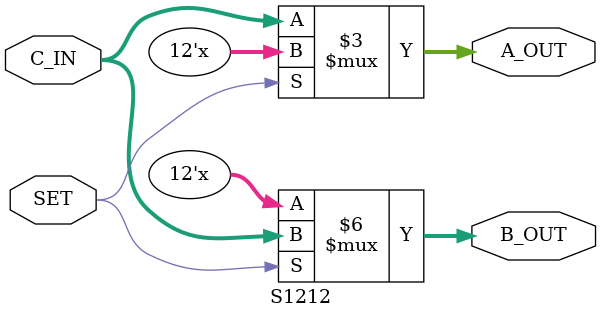
<source format=v>
module S1212
(
	input [11:0] C_IN,//用户输入
	input SET,
	output reg [11:0] A_OUT,
	output reg [11:0] B_OUT
);
always @(*)begin
	if(SET) begin
		B_OUT<=C_IN;
	end else begin
		A_OUT<=C_IN;
	end
end

endmodule
</source>
